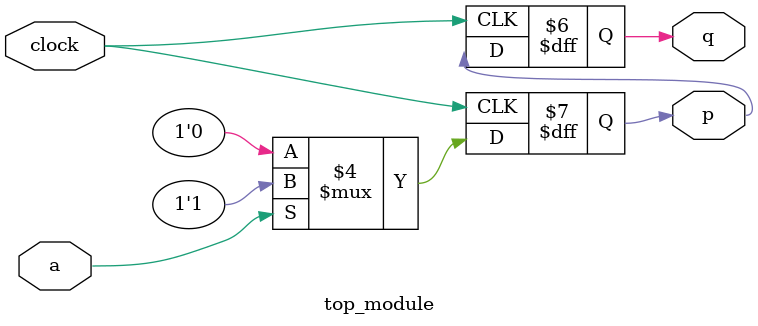
<source format=sv>
module top_module (
    input clock,
    input a, 
    output reg p,
    output reg q
);

    always @(posedge clock) begin
        if (a) begin
            p <= 1;
        end else begin
            p <= 0;
        end
    end
    
    always @(negedge clock) begin
        q <= p;
    end
    
endmodule

</source>
